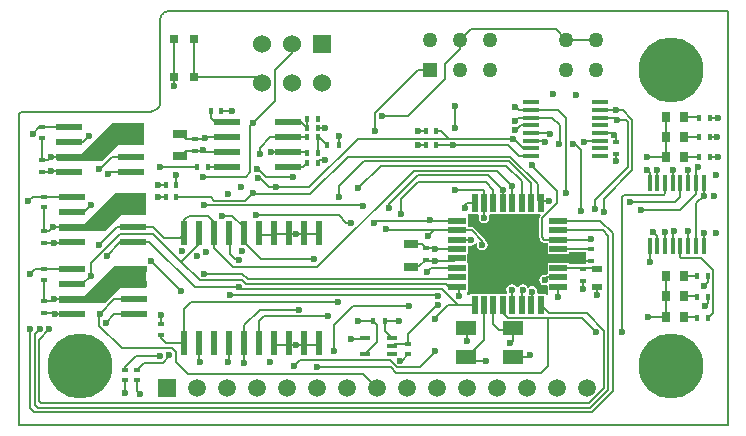
<source format=gtl>
G04*
G04 #@! TF.GenerationSoftware,Altium Limited,Altium Designer,18.1.9 (240)*
G04*
G04 Layer_Physical_Order=1*
G04 Layer_Color=255*
%FSLAX44Y44*%
%MOMM*%
G71*
G01*
G75*
%ADD10C,0.2000*%
%ADD20C,0.1520*%
%ADD21R,0.4500X0.6000*%
%ADD22R,0.6000X0.4500*%
%ADD23R,0.4000X0.6000*%
%ADD24R,0.6000X0.4000*%
%ADD25R,0.6000X2.0000*%
%ADD26R,2.2000X0.6000*%
%ADD27R,0.3500X1.4000*%
%ADD28R,0.7000X0.9000*%
%ADD29R,1.8000X1.2000*%
%ADD30R,0.5500X1.5000*%
%ADD31R,1.5000X0.5500*%
%ADD32R,0.9000X0.5000*%
%ADD33R,1.3000X0.8000*%
%ADD34R,0.8500X0.4000*%
%ADD35R,1.4000X0.4500*%
%ADD36R,0.7500X0.7000*%
%ADD55C,1.5000*%
%ADD56R,1.5000X1.5000*%
%ADD57C,1.2700*%
%ADD58R,1.2700X1.2700*%
%ADD59R,1.5240X1.5240*%
%ADD60C,1.5240*%
%ADD61C,5.5000*%
%ADD62C,0.6000*%
G36*
X105992Y254894D02*
Y236606D01*
X84148D01*
X71194Y223652D01*
X32078D01*
Y229494D01*
X53414D01*
X79068Y255148D01*
X105738D01*
X105992Y254894D01*
D02*
G37*
G36*
X441937Y177135D02*
X441590Y176788D01*
X441032Y175953D01*
X440836Y174968D01*
Y158553D01*
X441032Y157568D01*
X441590Y156733D01*
X443363Y154960D01*
X444198Y154402D01*
X445182Y154206D01*
X447996D01*
Y144506D01*
X466044D01*
Y146207D01*
X480060D01*
Y136713D01*
X479478Y136472D01*
X466044D01*
Y137054D01*
X447996D01*
Y127353D01*
X447360D01*
X446375Y127158D01*
X446278Y127093D01*
X445262Y127295D01*
X443497Y126944D01*
X442000Y125944D01*
X441001Y124447D01*
X440649Y122682D01*
X441001Y120917D01*
X442000Y119420D01*
X443497Y118420D01*
X445262Y118069D01*
X446726Y118361D01*
X447996Y117657D01*
Y112506D01*
X448578D01*
Y110661D01*
X448153Y110236D01*
X446294D01*
Y110804D01*
X439855D01*
X438813Y112074D01*
X438953Y112776D01*
X438601Y114541D01*
X437602Y116038D01*
X436105Y117037D01*
X434340Y117389D01*
X432575Y117037D01*
X432000Y116653D01*
X431035Y116096D01*
X430372Y116977D01*
X429982Y117562D01*
X428485Y118561D01*
X426720Y118913D01*
X424955Y118561D01*
X423458Y117562D01*
X422959Y116814D01*
X421448Y116840D01*
X420889Y117677D01*
X419392Y118677D01*
X417627Y119028D01*
X415862Y118677D01*
X414366Y117677D01*
X413366Y116180D01*
X413015Y114415D01*
X413366Y112650D01*
X413751Y112074D01*
X413072Y110804D01*
X381746D01*
Y110236D01*
X379730D01*
Y112506D01*
X380044D01*
Y120506D01*
Y128506D01*
Y137054D01*
X379730D01*
Y144506D01*
X380044D01*
Y151029D01*
X381314Y151733D01*
X382778Y151441D01*
X384543Y151792D01*
X386040Y152792D01*
X386838Y153988D01*
X388035Y153492D01*
X387817Y152400D01*
X388168Y150635D01*
X389168Y149138D01*
X390665Y148139D01*
X392430Y147787D01*
X394195Y148139D01*
X395692Y149138D01*
X396692Y150635D01*
X397043Y152400D01*
X396692Y154165D01*
X395692Y155662D01*
X394966Y156147D01*
X394808Y156941D01*
X394250Y157776D01*
X385426Y166600D01*
X384591Y167158D01*
X383606Y167353D01*
X380044D01*
Y177054D01*
X380044D01*
X380083Y178308D01*
X389104D01*
X389768Y177263D01*
X389748Y177038D01*
X389407Y175326D01*
X389758Y173561D01*
X390758Y172064D01*
X392255Y171064D01*
X394020Y170713D01*
X395785Y171064D01*
X397282Y172064D01*
X398282Y173561D01*
X398633Y175326D01*
X398292Y177038D01*
X398272Y177263D01*
X398936Y178308D01*
X441451D01*
X441937Y177135D01*
D02*
G37*
G36*
X108204Y195646D02*
Y177358D01*
X86360D01*
X73406Y164404D01*
X34290D01*
Y170246D01*
X55626D01*
X81280Y195900D01*
X107950D01*
X108204Y195646D01*
D02*
G37*
G36*
Y134278D02*
Y115990D01*
X86360D01*
X73406Y103036D01*
X34290D01*
Y108878D01*
X55626D01*
X81280Y134532D01*
X107950D01*
X108204Y134278D01*
D02*
G37*
D10*
X12296Y246512D02*
X17558Y251774D01*
X54320Y239400D02*
X59766Y244846D01*
X78000Y214000D02*
X95000D01*
X76000Y212000D02*
X78000Y214000D01*
X199921Y294658D02*
X205600Y288980D01*
X148382Y294658D02*
X199921D01*
X131750Y287000D02*
Y326790D01*
X463804Y325882D02*
X489204D01*
X361000Y293000D02*
Y305092D01*
X329620Y261620D02*
X361000Y293000D01*
X307594Y261620D02*
X329620D01*
X361000Y305092D02*
X373634Y317726D01*
Y325700D01*
X454686Y335000D02*
X463804Y325882D01*
X382934Y335000D02*
X454686D01*
X373634Y325700D02*
X382934Y335000D01*
X157000Y186436D02*
X157512Y185924D01*
X133432Y192024D02*
X133932Y192524D01*
X162460D02*
X165536Y189448D01*
X191658D01*
X198044Y195834D01*
X157512Y185924D02*
X290516D01*
X574000Y218000D02*
X574999D01*
X573324Y217324D02*
X574000Y218000D01*
X573324Y205000D02*
Y217324D01*
Y151000D02*
Y187324D01*
X580000Y194000D01*
X579824Y194176D02*
Y205000D01*
Y194176D02*
X580000Y194000D01*
X579824Y151000D02*
Y162244D01*
X190754Y68514D02*
Y84074D01*
X190650Y53029D02*
X191055Y52625D01*
X190650Y53029D02*
Y68902D01*
X152550Y53564D02*
X153114Y53000D01*
X152550Y53564D02*
Y68902D01*
X177000Y53000D02*
X177950Y53950D01*
Y68902D01*
X100000Y28762D02*
X102902Y25860D01*
X100000Y28762D02*
Y37500D01*
X106125Y52625D02*
X122288D01*
X100000Y46500D02*
X106125Y52625D01*
X583500Y90424D02*
X588000Y94924D01*
Y104110D01*
X588024Y104135D01*
Y130976D01*
X577524Y141476D02*
X588024Y130976D01*
X561172Y141476D02*
X577524D01*
X560324Y142324D02*
X561172Y141476D01*
X560324Y142324D02*
Y151000D01*
X579824D02*
X580162Y150662D01*
X566824Y205000D02*
Y217066D01*
X254414Y243586D02*
X261000Y237000D01*
X253166Y243586D02*
X254414D01*
X253166Y230378D02*
Y243586D01*
X271000Y237000D02*
Y244475D01*
X418780Y57580D02*
X431605D01*
X433000Y58975D01*
X379280Y57080D02*
X394020Y71820D01*
X379280Y57080D02*
X382056Y54304D01*
X378780Y57580D02*
X379280Y57080D01*
X382056Y54304D02*
X396000D01*
X505454Y223376D02*
X505460Y223382D01*
Y229000D01*
Y239000D02*
Y244160D01*
X504000Y245620D02*
X505460Y244160D01*
X502680Y246940D02*
X504000Y245620D01*
X492542Y246940D02*
X502680D01*
X19000Y18000D02*
X482627D01*
X17048Y72048D02*
X26000Y81000D01*
X17048Y19952D02*
X19000Y18000D01*
X17048Y19952D02*
Y72048D01*
X484086Y14476D02*
X499332Y29722D01*
X485546Y10952D02*
X502856Y28262D01*
X13000Y10952D02*
X485546D01*
X499332Y29722D02*
Y160052D01*
X10000Y13952D02*
X13000Y10952D01*
X502856Y28262D02*
Y162151D01*
X13524Y76524D02*
X18000Y81000D01*
X13524Y16952D02*
Y76524D01*
Y16952D02*
X16000Y14476D01*
X10000Y13952D02*
Y81000D01*
X13500Y131500D02*
X21481D01*
X10000Y128000D02*
X13500Y131500D01*
X189217Y128000D02*
X194027Y123190D01*
X157000Y128000D02*
X189217D01*
X153464Y122126D02*
X189344D01*
X136906Y138684D02*
X153464Y122126D01*
X369778Y251000D02*
X369824Y251046D01*
Y270000D01*
X364000Y242268D02*
X417878D01*
X286956D02*
X364000D01*
X357602Y248666D02*
X364000Y242268D01*
X353688Y248666D02*
X357602D01*
X338000D02*
X344688D01*
X417878Y242268D02*
X418338Y241808D01*
X337960Y236474D02*
X344688D01*
X353688D02*
X368046D01*
X302070Y248666D02*
Y263908D01*
X347980Y172750D02*
X370990D01*
X347980D02*
X348107Y172877D01*
X247043Y195227D02*
X278716Y226900D01*
X416386D01*
X323202Y223314D02*
X414988D01*
X306372Y219250D02*
X412943D01*
X323140Y223376D02*
X323202Y223314D01*
X292384Y223376D02*
X323140D01*
X416386Y226900D02*
X439294Y203992D01*
Y190506D02*
Y203992D01*
Y190506D02*
X442020Y187780D01*
X198044Y195834D02*
X198651Y195227D01*
X247043D01*
X217825Y201021D02*
X245709D01*
X211983D02*
X217825D01*
X290516Y185924D02*
X291440Y185000D01*
X414988Y223314D02*
X434020Y204282D01*
X412943Y219250D02*
X426020Y206173D01*
Y187780D02*
Y206173D01*
X118000Y192786D02*
X124500D01*
X133932Y192524D02*
X162460D01*
X118000Y203000D02*
Y203000D01*
X124500D01*
X133500D02*
Y210526D01*
X133000Y211026D02*
X133500Y210526D01*
X114046Y161544D02*
X136906Y138684D01*
X172000Y177000D02*
X180860D01*
X143837Y176784D02*
X160528D01*
X143005Y175952D02*
X143837Y176784D01*
X142932Y175952D02*
X143005D01*
X139954Y172974D02*
X142932Y175952D01*
X155528Y231982D02*
X156620Y230890D01*
X216154Y161514D02*
X234980D01*
X254254D01*
X235204Y67818D02*
X254508D01*
X216408D02*
X235204D01*
X457962Y237744D02*
Y253440D01*
X363952Y116780D02*
X371020D01*
X361908Y118824D02*
X363952Y116780D01*
X197844Y118824D02*
X361908D01*
X267000Y62230D02*
Y84658D01*
X282926Y100584D01*
X309800Y79044D02*
Y87884D01*
Y79044D02*
X315796Y73048D01*
X299800Y87884D02*
X303276Y84408D01*
X323202Y54304D02*
X324488D01*
X329692Y59508D01*
Y68508D02*
X329692Y68508D01*
X317756Y68508D02*
X329692D01*
X315796Y66548D02*
X317756Y68508D01*
X90218Y46124D02*
Y49124D01*
X139954Y68514D02*
Y98044D01*
X139700Y67818D02*
X140208D01*
X138685Y68833D02*
X139700Y67818D01*
X120396Y73367D02*
Y76367D01*
X120396Y85367D02*
Y93000D01*
X28480Y104426D02*
X30308Y106254D01*
X21104Y104426D02*
X28480D01*
X21104D02*
X21481Y104803D01*
X29518Y94426D02*
X30390Y93554D01*
X21104Y94426D02*
X29518D01*
X21481Y104803D02*
Y122500D01*
X21635Y131654D02*
X45356D01*
X21481Y131500D02*
X21635Y131654D01*
X21104Y163882D02*
X25960D01*
X29464Y167386D01*
X21176Y153810D02*
X30000D01*
X21104Y153882D02*
X21176Y153810D01*
X21104Y163882D02*
X21299Y164077D01*
Y183968D01*
X8000Y189000D02*
X11968Y192968D01*
X21299D01*
X21481Y192786D01*
X45212D01*
X26978Y214080D02*
X27744Y214846D01*
X19396Y214080D02*
X26978D01*
X19396Y224080D02*
X24532D01*
X19396D02*
X19595Y224279D01*
Y242774D01*
X17558Y251774D02*
X19595D01*
X19921Y252100D02*
X43000D01*
X19595Y251774D02*
X19921Y252100D01*
X43000Y239400D02*
X54320D01*
X583500Y120467D02*
Y126238D01*
X580595Y117562D02*
X583500Y120467D01*
X580595Y117562D02*
X581366D01*
X583500Y103014D02*
Y108204D01*
X581000Y100514D02*
X583500Y103014D01*
X332000Y152756D02*
X341565D01*
X344678Y149643D01*
X180860Y177000D02*
X190754Y167106D01*
X244162Y230890D02*
X244674Y230378D01*
X90218Y49124D02*
X99513Y58419D01*
X338462Y300300D02*
X348234D01*
X302070Y263908D02*
X338462Y300300D01*
X27152Y226700D02*
X43000D01*
X24532Y224080D02*
X27152Y226700D01*
X27744Y214846D02*
X42154D01*
X43000Y214000D01*
X44336Y153810D02*
X45212Y154686D01*
X30000Y153810D02*
X44336D01*
X409956Y101844D02*
X410020Y101908D01*
X42658Y227042D02*
X43000Y226700D01*
X303650Y31000D02*
X305800Y28851D01*
X291440Y43210D02*
X303650Y31000D01*
X133320Y52890D02*
Y61375D01*
Y52890D02*
X143000Y43210D01*
X291440D01*
X319690Y44196D02*
X442214D01*
X314886Y49000D02*
X319690Y44196D01*
X252999Y49000D02*
X314886D01*
X339916Y48578D02*
X352552Y61214D01*
X314076Y54794D02*
X320292Y48578D01*
X238182Y54794D02*
X314076D01*
X320292Y48578D02*
X339916D01*
X447906Y90424D02*
X476936D01*
X447906Y49888D02*
Y90424D01*
X442214Y44196D02*
X447906Y49888D01*
X16000Y14476D02*
X484086D01*
X492227Y172780D02*
X502856Y162151D01*
X457160Y164640D02*
X494744D01*
X457020Y164780D02*
X457160Y164640D01*
X494744D02*
X499332Y160052D01*
X483932Y156780D02*
X484378Y157226D01*
X476936Y90424D02*
X488950Y78410D01*
X495808Y31181D02*
Y79746D01*
X480812Y94742D02*
X495808Y79746D01*
X482627Y18000D02*
X495808Y31181D01*
X394020Y71820D02*
Y101780D01*
X416552Y68826D02*
X418780Y71054D01*
X406537Y80580D02*
X418780D01*
X233172Y49784D02*
X238182Y54794D01*
X231000Y314302D02*
Y322000D01*
X217180Y300482D02*
X231000Y314302D01*
X256400Y322000D02*
Y326504D01*
X253166Y251206D02*
X259080D01*
X244166D02*
Y258826D01*
X239082Y256290D02*
X244166Y251206D01*
X228180Y256290D02*
X239082D01*
X287528Y200406D02*
X306372Y219250D01*
X287528Y200152D02*
Y200406D01*
X329692Y77216D02*
X355092Y102616D01*
X329692Y68508D02*
Y77216D01*
X166112Y256290D02*
X176180D01*
X162632Y259770D02*
X166112Y256290D01*
X162632Y259770D02*
Y265430D01*
X141406Y241982D02*
X149352D01*
X136906Y246482D02*
X141406Y241982D01*
X371746Y156054D02*
X382778D01*
X383606Y164780D02*
X392430Y155956D01*
X371020Y156780D02*
X371746Y156054D01*
X371020Y164780D02*
X383606D01*
X392430Y152400D02*
Y155956D01*
X426841Y233940D02*
X433542D01*
X418973Y241808D02*
X426841Y233940D01*
X504554Y259940D02*
X506176Y258318D01*
X492542Y259940D02*
X504554D01*
X513983Y258318D02*
X515620Y256681D01*
X506176Y258318D02*
X513983D01*
X140208Y154594D02*
Y166019D01*
X181768Y133398D02*
X252712D01*
X355092Y101346D02*
Y102616D01*
X352806Y89662D02*
Y90170D01*
X363654Y101018D01*
X371742D01*
X354330Y109982D02*
X355346Y108966D01*
X178800Y109982D02*
X354330D01*
X371742Y101018D02*
X386274D01*
X97062Y155970D02*
X97358Y155935D01*
X108017Y154686D01*
X86106D02*
X97062Y155970D01*
X199527Y114760D02*
X358000D01*
X199435Y114668D02*
X199527Y114760D01*
X191055Y114668D02*
X199435D01*
X190963Y114760D02*
X191055Y114668D01*
X188516Y114760D02*
X190963D01*
X186944Y116332D02*
X188516Y114760D01*
X197752Y118732D02*
X197844Y118824D01*
X369430Y123190D02*
X371020Y124780D01*
X194027Y123190D02*
X369430D01*
X358000Y114760D02*
X371742Y101018D01*
X245709Y201021D02*
X286956Y242268D01*
X414528Y236474D02*
X423562Y227440D01*
X368046Y236474D02*
X414528D01*
X252712Y133398D02*
X334404Y215090D01*
X381246D01*
X271526Y202518D02*
X292384Y223376D01*
X204216Y97536D02*
X237744D01*
X190754Y84074D02*
X204216Y97536D01*
X420116Y249428D02*
X420878D01*
X424890Y253440D01*
X433542D01*
X204470Y208534D02*
X211983Y201021D01*
X192278Y210058D02*
X195882Y213662D01*
Y252524D01*
X198628Y255270D01*
X217180Y273822D01*
X207772Y91694D02*
X262128D01*
X146050Y104140D02*
X270764D01*
X191008Y154432D02*
X205540Y139900D01*
X249936D01*
X29464Y167386D02*
X45212D01*
X30390Y93554D02*
X45356D01*
X30308Y106254D02*
X45356D01*
X156620Y230890D02*
X176180D01*
X149352Y231982D02*
X155528D01*
X156892Y241982D02*
X157500Y242590D01*
X149352Y241982D02*
X156892D01*
X157500Y242590D02*
X158500Y243590D01*
X176180D01*
X532130Y215900D02*
X534324Y213706D01*
Y205000D02*
Y213706D01*
X532638Y91186D02*
X548250D01*
X531830Y226522D02*
X548252D01*
X131750Y294790D02*
Y326790D01*
X148250Y294790D02*
Y326790D01*
Y294790D02*
X148382Y294658D01*
X321686Y172750D02*
X347980D01*
X321655Y172780D02*
X321686Y172750D01*
X534162Y150838D02*
X534324Y151000D01*
X534162Y137414D02*
Y150838D01*
X548250Y91186D02*
Y108966D01*
Y126238D01*
X573098Y91186D02*
X573860Y90424D01*
X563250Y91186D02*
X573098D01*
Y108966D02*
X573860Y108204D01*
X563250Y108966D02*
X573098D01*
X573858Y126238D02*
X573858Y126238D01*
X563250Y126238D02*
X573858D01*
X510464Y78410D02*
Y192456D01*
X512572Y194564D01*
X271526Y192786D02*
Y202518D01*
X277105Y171196D02*
X281432D01*
X271038Y177263D02*
X277105Y171196D01*
X139954Y98044D02*
X146050Y104140D01*
X139954Y161514D02*
Y172974D01*
X160528Y176784D02*
X165354Y171958D01*
Y161514D02*
Y171958D01*
Y161514D02*
X165608Y161260D01*
Y149558D02*
Y161260D01*
X202438Y208534D02*
X204470D01*
X202438Y216916D02*
X209550Y209804D01*
X201676Y216916D02*
X202438D01*
X209550Y209804D02*
X232410D01*
X120138Y218190D02*
X150996D01*
X120013Y218315D02*
X120138Y218190D01*
X112268Y138770D02*
Y138938D01*
Y138770D02*
X137500Y113538D01*
X137988Y138684D02*
X147368Y148064D01*
X192738Y118732D02*
X197752D01*
X189344Y122126D02*
X192738Y118732D01*
X183322Y140208D02*
X185928D01*
X186944Y139192D01*
X165608Y149558D02*
X181768Y133398D01*
X149098Y116332D02*
X186944D01*
X110744Y154686D02*
X149098Y116332D01*
X337960Y211026D02*
X397581D01*
X381342Y215186D02*
X404574D01*
X381246Y215090D02*
X381342Y215186D01*
X338373Y205692D02*
X395439D01*
X423562Y227440D02*
X433542D01*
X418338Y241808D02*
X418973D01*
X434848Y219202D02*
Y219710D01*
Y219202D02*
X456184Y197866D01*
X369316Y198882D02*
X393766D01*
X394020Y198628D01*
Y187780D02*
Y198628D01*
X370990Y172750D02*
X371020Y172780D01*
X351688Y164780D02*
X371020D01*
X348010Y172974D02*
X348107Y172877D01*
X312232Y164780D02*
X351688D01*
X346928Y160020D02*
X351688Y164780D01*
X171632Y265430D02*
X171886Y265684D01*
X180594D01*
X352362Y138684D02*
X368924D01*
X345637D02*
X352362D01*
X351499Y149643D02*
X352362Y148780D01*
X371020D01*
X368924Y138684D02*
X371020Y140780D01*
X344678Y149643D02*
X351499D01*
X344678Y139643D02*
X345637Y138684D01*
X345440Y129032D02*
X349188Y132780D01*
X155956Y210058D02*
X192278D01*
X203962Y229108D02*
Y234696D01*
X212856Y243590D01*
X228180D01*
X213614Y230632D02*
X227922D01*
X228180Y230890D01*
X217180Y273822D02*
Y300482D01*
X201263Y177263D02*
X271038D01*
X201168Y177358D02*
X201263Y177263D01*
X301244Y171064D02*
X302959Y172780D01*
X310896Y166116D02*
X312232Y164780D01*
X302959Y172780D02*
X321655D01*
X255198Y224028D02*
X259588D01*
X191008Y154432D02*
Y165511D01*
X147368Y148196D02*
X150762Y151590D01*
X147368Y148064D02*
Y148196D01*
X150762Y151590D02*
X150894D01*
X153114Y153810D02*
Y161054D01*
X150894Y151590D02*
X153114Y153810D01*
X324086Y191404D02*
X338373Y205692D01*
X324086Y178544D02*
Y191404D01*
X313389Y186454D02*
X337960Y211026D01*
X313389Y183533D02*
Y186454D01*
X171632Y265430D02*
Y266374D01*
X203672Y160782D02*
X215422D01*
X216154Y161514D01*
X123156Y158181D02*
X136621D01*
X113951Y167386D02*
X123156Y158181D01*
X136621D02*
X139954Y161514D01*
X404574Y215186D02*
X418020Y201740D01*
X397581Y211026D02*
X410020Y198587D01*
X402020Y187780D02*
Y199111D01*
X395439Y205692D02*
X402020Y199111D01*
X178800Y144730D02*
X183322Y140208D01*
X176372Y158882D02*
X178800Y156454D01*
Y144730D02*
Y156454D01*
X349188Y132780D02*
X371020D01*
X253166Y221996D02*
X255198Y224028D01*
X476504Y181178D02*
Y232312D01*
X471326Y237490D02*
X476504Y232312D01*
X517652Y188468D02*
X555752D01*
X527050Y181732D02*
X559684D01*
X547324Y195834D02*
Y205000D01*
X546054Y194564D02*
X547324Y195834D01*
X512572Y194564D02*
X546054D01*
X519684Y215392D02*
Y258364D01*
X495554Y191262D02*
X519684Y215392D01*
X495554Y180086D02*
Y191262D01*
X487934Y182372D02*
Y190246D01*
X515620Y217932D02*
Y256681D01*
X487934Y190246D02*
X515620Y217932D01*
X573324Y195372D02*
Y205000D01*
X559684Y181732D02*
X573324Y195372D01*
X566674Y151150D02*
Y164338D01*
Y151150D02*
X566824Y151000D01*
X553824D02*
Y162664D01*
X554990Y163830D01*
X560324Y193040D02*
Y205000D01*
X555752Y188468D02*
X560324Y193040D01*
X447360Y124780D02*
X457020D01*
X445262Y122682D02*
X447360Y124780D01*
X463502Y196802D02*
Y259890D01*
X463296Y196596D02*
X463502Y196802D01*
X444852Y240440D02*
X446024Y239268D01*
X457020Y172780D02*
X492227D01*
X456952Y266440D02*
X463502Y259890D01*
X469646Y237490D02*
X471326D01*
X456184Y189550D02*
Y197866D01*
X455978Y189344D02*
X456184Y189550D01*
X455978Y187537D02*
Y189344D01*
X443410Y174968D02*
X455978Y187537D01*
X457020Y156780D02*
X483932D01*
X540824Y151000D02*
Y159708D01*
X537464Y163068D02*
X540824Y159708D01*
X511810Y266238D02*
X519684Y258364D01*
X511810Y266238D02*
Y266446D01*
X505460D02*
X511810D01*
X487934Y182118D02*
Y182372D01*
X487426Y181610D02*
X487934Y182118D01*
X449528Y246940D02*
X450088Y246380D01*
X433542Y246940D02*
X449528D01*
X451462Y259940D02*
X457962Y253440D01*
X450088Y246380D02*
X451508D01*
X433542Y259940D02*
X451462D01*
X433542Y266440D02*
X456952D01*
X433542Y240440D02*
X444852D01*
X479454D02*
X492542D01*
X478790Y239776D02*
X479454Y240440D01*
X422892Y259940D02*
X433542D01*
X420141Y257189D02*
X422892Y259940D01*
X423424Y266440D02*
X433542D01*
X420624Y269240D02*
X423424Y266440D01*
X492542D02*
X505454D01*
X505460Y266446D01*
X534324Y151000D02*
X534670Y150654D01*
X547324Y151000D02*
X547370Y151046D01*
Y163068D01*
X540824Y205000D02*
Y216466D01*
X566824Y217066D02*
X566928Y217170D01*
X553824Y205000D02*
Y216512D01*
X553974Y216662D01*
X548252Y243525D02*
Y260528D01*
Y226522D02*
Y243525D01*
X575819Y226522D02*
X576322Y227025D01*
X563252Y226522D02*
X575819D01*
X585322Y227025D02*
X592023D01*
X585322Y243434D02*
X591668D01*
X576231Y243525D02*
X576322Y243434D01*
X563252Y243525D02*
X576231D01*
X585322Y259842D02*
X592074D01*
X575636Y260528D02*
X576322Y259842D01*
X563252Y260528D02*
X575636D01*
X418780Y71054D02*
Y80580D01*
X378206Y183896D02*
Y186436D01*
X477520Y132716D02*
X486350D01*
X140208Y166019D02*
X141369Y167180D01*
X190754Y161514D02*
Y167106D01*
X99513Y58419D02*
X119888D01*
X127526Y57863D02*
Y58975D01*
X129926Y64769D02*
X133320Y61375D01*
X87311Y64769D02*
X129926D01*
X124930Y68833D02*
X138685D01*
X122288Y52625D02*
X127526Y57863D01*
X68120Y83960D02*
X87311Y64769D01*
X120396Y73367D02*
X124930Y68833D01*
X97212Y167386D02*
X113951D01*
X159996Y218190D02*
X176180D01*
X136906Y138684D02*
X137988D01*
X85410Y161544D02*
X114046D01*
X90218Y26638D02*
Y37124D01*
X68120Y83960D02*
Y93520D01*
X176372Y158882D02*
X178308Y160818D01*
X204200Y28851D02*
Y30242D01*
X141406Y231982D02*
X149352D01*
X136906Y227482D02*
X141406Y231982D01*
X473122Y138764D02*
X484632D01*
X471678Y140208D02*
X473122Y138764D01*
X484616Y148780D02*
X484632Y148764D01*
X457020Y148780D02*
X484616D01*
X457084Y132716D02*
X477520D01*
X486350D02*
X486414Y132780D01*
X488737D01*
X489557Y131960D01*
X457020Y132780D02*
X457084Y132716D01*
X413894Y90424D02*
X447802D01*
X401574Y102226D02*
X402020Y101780D01*
X409956Y101844D02*
X410020Y101780D01*
X409956Y101972D02*
X410020Y101908D01*
X394020Y175326D02*
Y187780D01*
X339045Y134010D02*
X344678Y139643D01*
X332740Y134010D02*
X339045D01*
X240360Y218190D02*
X244166Y221996D01*
X228180Y218190D02*
X240360D01*
X292892Y72644D02*
X293296Y73048D01*
X281178Y72644D02*
X292892D01*
X203708Y87630D02*
X207772Y91694D01*
X203708Y67818D02*
Y87630D01*
X287274Y87884D02*
X299800D01*
X311800D02*
X322072D01*
X203672Y160782D02*
X203708Y160818D01*
X477520Y115014D02*
Y122000D01*
X489557Y110137D02*
Y116960D01*
X410020Y187780D02*
Y198587D01*
X418020Y187780D02*
Y201740D01*
X282926Y100584D02*
X330454D01*
X244162Y243590D02*
X244166Y243586D01*
X228180Y243590D02*
X244162D01*
X228180Y230890D02*
X244162D01*
X108017Y154686D02*
X110744D01*
X371020Y116780D02*
X373126Y114674D01*
Y108966D02*
Y114674D01*
X68072Y152400D02*
X83058Y167386D01*
X97212D01*
X303276Y70028D02*
Y84408D01*
X293296Y60048D02*
X303276Y70028D01*
X443410Y158553D02*
Y174968D01*
Y158553D02*
X445182Y156780D01*
X457020D01*
X378206Y186436D02*
X379550Y187780D01*
X443978Y189738D02*
X449160D01*
X442020Y187780D02*
X443978Y189738D01*
X379550Y187780D02*
X386020D01*
X402020Y85097D02*
X406537Y80580D01*
X402020Y85097D02*
Y101780D01*
X378780Y80580D02*
X379730Y79630D01*
Y70850D02*
Y79630D01*
X352552Y61214D02*
Y62230D01*
X408686Y146050D02*
X408940D01*
X407924Y145288D02*
X408686Y146050D01*
X74676Y143256D02*
X86106Y154686D01*
X74676Y142494D02*
Y143256D01*
X60960Y137094D02*
X85410Y161544D01*
X60960Y125984D02*
Y137094D01*
X417627Y102173D02*
Y114415D01*
X426020Y113600D02*
X426720Y114300D01*
X434340Y102100D02*
Y112776D01*
X68120Y93520D02*
X68580Y93980D01*
X434020Y187780D02*
Y204282D01*
X78814Y226700D02*
X95000D01*
X68908Y216794D02*
X78814Y226700D01*
X68400Y216794D02*
X68908D01*
X80854Y106254D02*
X97356D01*
X68580Y93980D02*
X80854Y106254D01*
X73914Y86360D02*
X81108Y93554D01*
X97356D01*
X55118Y180086D02*
X61468Y186436D01*
X45356Y118954D02*
X53930D01*
X60960Y125984D01*
X45212Y180086D02*
X55118D01*
X449058Y94742D02*
X480812D01*
X442020Y101780D02*
X449058Y94742D01*
X42042Y213042D02*
X43000Y214000D01*
X44228Y92426D02*
X45356Y93554D01*
X45184Y106426D02*
X45356Y106254D01*
X410020Y94298D02*
X413894Y90424D01*
X410020Y94298D02*
Y101780D01*
X457020Y108278D02*
Y116780D01*
X434020Y101780D02*
X434340Y102100D01*
X426020Y101780D02*
Y113600D01*
X417627Y102173D02*
X418020Y101780D01*
D20*
X0Y0D02*
Y261586D01*
Y0D02*
X600202D01*
Y350012D01*
X129000D02*
X600202D01*
X126828Y350000D02*
X129000Y350012D01*
X126156Y350000D02*
X126828Y350000D01*
X124837Y349738D02*
X126156Y350000D01*
X123594Y349223D02*
X124837Y349738D01*
X122476Y348475D02*
X123594Y349223D01*
X122000Y348000D02*
X122476Y348475D01*
X121524Y347524D02*
X122000Y348000D01*
X120777Y346406D02*
X121524Y347524D01*
X120262Y345163D02*
X120777Y346406D01*
X120000Y343844D02*
X120262Y345163D01*
X120000Y343172D02*
Y343844D01*
X120000Y274828D02*
X120000Y343172D01*
X120000Y274828D02*
X120053Y273918D01*
X119892Y272102D02*
X120053Y273918D01*
X119380Y270353D02*
X119892Y272102D01*
X118536Y268738D02*
X119380Y270353D01*
X118000Y268000D02*
X118536Y268738D01*
X117184Y267300D02*
X118000Y268000D01*
X115368Y266155D02*
X117184Y267300D01*
X113363Y265387D02*
X115368Y266155D01*
X111246Y265024D02*
X113363Y265387D01*
X110172Y265000D02*
X111246Y265024D01*
X3414Y265000D02*
X110172D01*
X3078Y265000D02*
X3414Y265000D01*
X2418Y264869D02*
X3078Y265000D01*
X1797Y264611D02*
X2418Y264869D01*
X1238Y264238D02*
X1797Y264611D01*
X1000Y264000D02*
X1238Y264238D01*
X762Y263762D02*
X1000Y264000D01*
X389Y263203D02*
X762Y263762D01*
X131Y262582D02*
X389Y263203D01*
X0Y261922D02*
X131Y262582D01*
X0Y261586D02*
Y261922D01*
D21*
X261000Y237000D02*
D03*
X271000D02*
D03*
X309800Y87884D02*
D03*
X299800D02*
D03*
D22*
X505460Y229000D02*
D03*
Y239000D02*
D03*
X21104Y104426D02*
D03*
Y94426D02*
D03*
Y163882D02*
D03*
Y153882D02*
D03*
X19396Y224080D02*
D03*
Y214080D02*
D03*
X484632Y148764D02*
D03*
Y138764D02*
D03*
X477520Y132000D02*
D03*
Y122000D02*
D03*
X149352Y231982D02*
D03*
Y241982D02*
D03*
X344678Y149643D02*
D03*
Y139643D02*
D03*
D23*
X344688Y248666D02*
D03*
X353688D02*
D03*
X344688Y236474D02*
D03*
X353688D02*
D03*
X133500Y203000D02*
D03*
X124500D02*
D03*
X133500Y192786D02*
D03*
X124500D02*
D03*
X576322Y259842D02*
D03*
X585322D02*
D03*
X576322Y227025D02*
D03*
X585322D02*
D03*
X576322Y243434D02*
D03*
X585322D02*
D03*
X583500Y90424D02*
D03*
X574500D02*
D03*
X583500Y126238D02*
D03*
X574500D02*
D03*
X583500Y108204D02*
D03*
X574500D02*
D03*
X159996Y218190D02*
D03*
X150996D02*
D03*
X162632Y265430D02*
D03*
X171632D02*
D03*
X244166Y258826D02*
D03*
X253166D02*
D03*
Y251206D02*
D03*
X244166D02*
D03*
X253166Y243586D02*
D03*
X244166D02*
D03*
X253166Y230378D02*
D03*
X244166D02*
D03*
Y221996D02*
D03*
X253166D02*
D03*
D24*
X100000Y37500D02*
D03*
Y46500D02*
D03*
X90218Y37500D02*
D03*
Y46500D02*
D03*
X329692Y59508D02*
D03*
Y68508D02*
D03*
X120396Y85367D02*
D03*
Y76367D02*
D03*
X21481Y122500D02*
D03*
Y131500D02*
D03*
X21299Y183968D02*
D03*
Y192968D02*
D03*
X19595Y242774D02*
D03*
Y251774D02*
D03*
D25*
X139850Y68902D02*
D03*
X152550D02*
D03*
X165250D02*
D03*
X177950D02*
D03*
X190650D02*
D03*
X203350D02*
D03*
X216050D02*
D03*
X228750D02*
D03*
X241450D02*
D03*
X254150D02*
D03*
Y161902D02*
D03*
X241450D02*
D03*
X228750D02*
D03*
X216050D02*
D03*
X203350D02*
D03*
X190650D02*
D03*
X177950D02*
D03*
X165250D02*
D03*
X152550D02*
D03*
X139850D02*
D03*
D26*
X228180Y218190D02*
D03*
Y230890D02*
D03*
Y256290D02*
D03*
X176180Y218190D02*
D03*
Y230890D02*
D03*
Y256290D02*
D03*
X228180Y243590D02*
D03*
X176180D02*
D03*
X45356Y118954D02*
D03*
X97356D02*
D03*
X45356Y131654D02*
D03*
Y106254D02*
D03*
Y93554D02*
D03*
X97356Y131654D02*
D03*
Y106254D02*
D03*
Y93554D02*
D03*
X97212Y154686D02*
D03*
Y167386D02*
D03*
Y192786D02*
D03*
X45212Y154686D02*
D03*
Y167386D02*
D03*
Y192786D02*
D03*
X97212Y180086D02*
D03*
X45212D02*
D03*
X95000Y214000D02*
D03*
Y226700D02*
D03*
Y252100D02*
D03*
X43000Y214000D02*
D03*
Y226700D02*
D03*
Y252100D02*
D03*
X95000Y239400D02*
D03*
X43000D02*
D03*
D27*
X579824Y205000D02*
D03*
X573324D02*
D03*
X566824D02*
D03*
X560324D02*
D03*
X553824D02*
D03*
X547324D02*
D03*
X540824D02*
D03*
X534324D02*
D03*
X579824Y151000D02*
D03*
X573324D02*
D03*
X566824D02*
D03*
X560324D02*
D03*
X553824D02*
D03*
X547324D02*
D03*
X540824D02*
D03*
X534324D02*
D03*
D28*
X548250Y108966D02*
D03*
X563250D02*
D03*
X548250Y126238D02*
D03*
X563250D02*
D03*
X548250Y91186D02*
D03*
X563250D02*
D03*
X563252Y226522D02*
D03*
X548252D02*
D03*
X563252Y260528D02*
D03*
X548252D02*
D03*
X563252Y243525D02*
D03*
X548252D02*
D03*
D29*
X378780Y81580D02*
D03*
X418780D02*
D03*
Y57580D02*
D03*
X378780D02*
D03*
D30*
X386020Y187780D02*
D03*
X394020D02*
D03*
X402020D02*
D03*
X410020D02*
D03*
X418020D02*
D03*
X426020D02*
D03*
X434020D02*
D03*
X442020D02*
D03*
Y101780D02*
D03*
X434020D02*
D03*
X426020D02*
D03*
X418020D02*
D03*
X410020D02*
D03*
X402020D02*
D03*
X394020D02*
D03*
X386020D02*
D03*
D31*
X457020Y172780D02*
D03*
Y164780D02*
D03*
Y156780D02*
D03*
Y148780D02*
D03*
Y140780D02*
D03*
Y132780D02*
D03*
Y124780D02*
D03*
Y116780D02*
D03*
X371020D02*
D03*
Y124780D02*
D03*
Y132780D02*
D03*
Y140780D02*
D03*
Y148780D02*
D03*
Y156780D02*
D03*
Y164780D02*
D03*
Y172780D02*
D03*
D32*
X489557Y116960D02*
D03*
Y131960D02*
D03*
D33*
X136906Y227482D02*
D03*
Y246482D02*
D03*
X332000Y152756D02*
D03*
Y133756D02*
D03*
D34*
X315796Y60048D02*
D03*
Y66548D02*
D03*
Y73048D02*
D03*
X293296D02*
D03*
Y60048D02*
D03*
D35*
X433542Y272940D02*
D03*
Y266440D02*
D03*
Y259940D02*
D03*
Y253440D02*
D03*
Y246940D02*
D03*
Y240440D02*
D03*
Y233940D02*
D03*
Y227440D02*
D03*
X492542Y272940D02*
D03*
Y266440D02*
D03*
Y259940D02*
D03*
Y253440D02*
D03*
Y246940D02*
D03*
Y240440D02*
D03*
Y233940D02*
D03*
Y227440D02*
D03*
D36*
X148250Y326790D02*
D03*
Y294790D02*
D03*
X131750D02*
D03*
Y326790D02*
D03*
D55*
X379851Y31000D02*
D03*
X354450D02*
D03*
X405251D02*
D03*
X430650D02*
D03*
X456050D02*
D03*
X481451D02*
D03*
X278251D02*
D03*
X252850D02*
D03*
X303650D02*
D03*
X329050D02*
D03*
X227451D02*
D03*
X202050D02*
D03*
X151250D02*
D03*
X176651D02*
D03*
D56*
X125850D02*
D03*
D57*
X489204Y300300D02*
D03*
Y325700D02*
D03*
X463804Y300300D02*
D03*
Y325700D02*
D03*
X399034Y300300D02*
D03*
Y325700D02*
D03*
X373634Y300300D02*
D03*
Y325700D02*
D03*
X348234D02*
D03*
D58*
Y300300D02*
D03*
D59*
X256400Y322000D02*
D03*
D60*
X231000D02*
D03*
X205600D02*
D03*
X256400Y288980D02*
D03*
X231000D02*
D03*
X205600D02*
D03*
D61*
X552000Y50000D02*
D03*
Y300000D02*
D03*
X52000Y50000D02*
D03*
D62*
X12296Y246512D02*
D03*
X59766Y244846D02*
D03*
X76000Y212000D02*
D03*
X131750Y287000D02*
D03*
X157000Y186436D02*
D03*
X177500Y195000D02*
D03*
X188230Y201000D02*
D03*
X590000Y211328D02*
D03*
X574999Y218000D02*
D03*
X589000Y194000D02*
D03*
X580000D02*
D03*
X590000Y162244D02*
D03*
X579824D02*
D03*
X191055Y52625D02*
D03*
X212402Y53000D02*
D03*
X153114D02*
D03*
X177000D02*
D03*
X452000Y280000D02*
D03*
X271000Y244475D02*
D03*
X433000Y58975D02*
D03*
X396000Y54304D02*
D03*
X505454Y223376D02*
D03*
X504000Y245620D02*
D03*
X26000Y81000D02*
D03*
X18000D02*
D03*
X10000Y81000D02*
D03*
Y128000D02*
D03*
X157000D02*
D03*
X369778Y251000D02*
D03*
X369824Y270000D02*
D03*
X338000Y248666D02*
D03*
X337960Y236474D02*
D03*
X302070Y248666D02*
D03*
X198044Y195834D02*
D03*
X217825Y201021D02*
D03*
X291440Y185000D02*
D03*
X118000Y192786D02*
D03*
Y203000D02*
D03*
X133000Y211026D02*
D03*
X137922Y146812D02*
D03*
X172000Y177000D02*
D03*
X472000Y279000D02*
D03*
X120396Y93000D02*
D03*
X580595Y117562D02*
D03*
X581000Y100514D02*
D03*
X102902Y25860D02*
D03*
X8000Y189000D02*
D03*
X27152Y226700D02*
D03*
X27744Y214846D02*
D03*
X30000Y153810D02*
D03*
X267000Y62230D02*
D03*
X484378Y157226D02*
D03*
X488950Y78410D02*
D03*
X252999Y49000D02*
D03*
X233172Y49784D02*
D03*
X259080Y251206D02*
D03*
X382778Y156054D02*
D03*
X506176Y258318D02*
D03*
X352806Y89662D02*
D03*
X355092Y101346D02*
D03*
X355346Y108966D02*
D03*
X368046Y236474D02*
D03*
X420116Y249428D02*
D03*
X198628Y255270D02*
D03*
X237744Y97536D02*
D03*
X249936Y139900D02*
D03*
X29464Y167386D02*
D03*
X30390Y93554D02*
D03*
X30308Y106254D02*
D03*
X157500Y242590D02*
D03*
X155956Y232410D02*
D03*
X532130Y215900D02*
D03*
X532638Y91186D02*
D03*
X531830Y226522D02*
D03*
X534162Y137414D02*
D03*
X271526Y192786D02*
D03*
X281432Y171196D02*
D03*
X270764Y104140D02*
D03*
X287528Y200152D02*
D03*
X202438Y208534D02*
D03*
X120013Y218315D02*
D03*
X112268Y138938D02*
D03*
X137500Y113538D02*
D03*
X186944Y139192D02*
D03*
X178800Y109982D02*
D03*
X186944Y116332D02*
D03*
X307594Y261620D02*
D03*
X418338Y241808D02*
D03*
X434848Y219710D02*
D03*
X369316Y198882D02*
D03*
X348010Y172974D02*
D03*
X346928Y160020D02*
D03*
X180594Y265684D02*
D03*
X352362Y138684D02*
D03*
Y148780D02*
D03*
X345440Y129032D02*
D03*
X155956Y210058D02*
D03*
X201676Y216916D02*
D03*
X213614Y230632D02*
D03*
X203962Y229108D02*
D03*
X232410Y209804D02*
D03*
X201168Y177358D02*
D03*
X301244Y171064D02*
D03*
X234980Y161514D02*
D03*
X310896Y166116D02*
D03*
X259588Y224028D02*
D03*
X150996Y142614D02*
D03*
X159004Y146558D02*
D03*
X324086Y178544D02*
D03*
X313389Y183533D02*
D03*
X517652Y188468D02*
D03*
X527050Y181732D02*
D03*
X566674Y164338D02*
D03*
X554990Y163830D02*
D03*
X445262Y122682D02*
D03*
X446024Y239268D02*
D03*
X463296Y196596D02*
D03*
X476504Y181178D02*
D03*
X457708Y237744D02*
D03*
X469646Y237490D02*
D03*
X537464Y163068D02*
D03*
X495554Y180086D02*
D03*
X487934Y182372D02*
D03*
X450088Y246380D02*
D03*
X478790Y239776D02*
D03*
X420141Y257189D02*
D03*
X420624Y269240D02*
D03*
X505460Y266446D02*
D03*
X547370Y163068D02*
D03*
X540824Y216000D02*
D03*
X566928D02*
D03*
X553974D02*
D03*
X592023Y227025D02*
D03*
X591668Y243434D02*
D03*
X592074Y259842D02*
D03*
X416306Y69072D02*
D03*
X378206Y183896D02*
D03*
X189230Y146812D02*
D03*
X119888Y58419D02*
D03*
X127526Y58975D02*
D03*
X90218Y26638D02*
D03*
X471678Y140208D02*
D03*
X394020Y175326D02*
D03*
X323202Y54304D02*
D03*
X281178Y72644D02*
D03*
X262128Y91694D02*
D03*
X287274Y87884D02*
D03*
X322072D02*
D03*
X235204Y67818D02*
D03*
X477520Y115014D02*
D03*
X489557Y110137D02*
D03*
X410020Y198587D02*
D03*
X418020Y201740D02*
D03*
X330454Y100584D02*
D03*
X373126Y108966D02*
D03*
X449160Y189738D02*
D03*
X392430Y152400D02*
D03*
X399796Y145796D02*
D03*
X379730Y70850D02*
D03*
X352552Y62230D02*
D03*
X408940Y146050D02*
D03*
X74676Y142494D02*
D03*
X417627Y114415D02*
D03*
X426720Y114300D02*
D03*
X434340Y112776D02*
D03*
X68400Y216794D02*
D03*
X68072Y152400D02*
D03*
X68580Y93980D02*
D03*
X73914Y86360D02*
D03*
X60960Y125984D02*
D03*
X61468Y186436D02*
D03*
X510464Y78410D02*
D03*
X457020Y108278D02*
D03*
M02*

</source>
